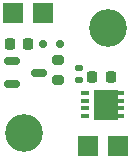
<source format=gbr>
%TF.GenerationSoftware,KiCad,Pcbnew,8.0.0*%
%TF.CreationDate,2024-04-08T20:54:29-07:00*%
%TF.ProjectId,magswitch,6d616773-7769-4746-9368-2e6b69636164,rev?*%
%TF.SameCoordinates,Original*%
%TF.FileFunction,Soldermask,Top*%
%TF.FilePolarity,Negative*%
%FSLAX46Y46*%
G04 Gerber Fmt 4.6, Leading zero omitted, Abs format (unit mm)*
G04 Created by KiCad (PCBNEW 8.0.0) date 2024-04-08 20:54:29*
%MOMM*%
%LPD*%
G01*
G04 APERTURE LIST*
G04 Aperture macros list*
%AMRoundRect*
0 Rectangle with rounded corners*
0 $1 Rounding radius*
0 $2 $3 $4 $5 $6 $7 $8 $9 X,Y pos of 4 corners*
0 Add a 4 corners polygon primitive as box body*
4,1,4,$2,$3,$4,$5,$6,$7,$8,$9,$2,$3,0*
0 Add four circle primitives for the rounded corners*
1,1,$1+$1,$2,$3*
1,1,$1+$1,$4,$5*
1,1,$1+$1,$6,$7*
1,1,$1+$1,$8,$9*
0 Add four rect primitives between the rounded corners*
20,1,$1+$1,$2,$3,$4,$5,0*
20,1,$1+$1,$4,$5,$6,$7,0*
20,1,$1+$1,$6,$7,$8,$9,0*
20,1,$1+$1,$8,$9,$2,$3,0*%
G04 Aperture macros list end*
%ADD10RoundRect,0.135000X-0.185000X0.135000X-0.185000X-0.135000X0.185000X-0.135000X0.185000X0.135000X0*%
%ADD11RoundRect,0.150000X-0.150000X-0.200000X0.150000X-0.200000X0.150000X0.200000X-0.150000X0.200000X0*%
%ADD12C,3.200000*%
%ADD13R,0.700000X0.450000*%
%ADD14R,2.000000X2.600000*%
%ADD15RoundRect,0.200000X-0.275000X0.200000X-0.275000X-0.200000X0.275000X-0.200000X0.275000X0.200000X0*%
%ADD16R,1.700000X1.700000*%
%ADD17RoundRect,0.218750X0.218750X0.256250X-0.218750X0.256250X-0.218750X-0.256250X0.218750X-0.256250X0*%
%ADD18RoundRect,0.225000X0.225000X0.250000X-0.225000X0.250000X-0.225000X-0.250000X0.225000X-0.250000X0*%
%ADD19RoundRect,0.150000X-0.512500X-0.150000X0.512500X-0.150000X0.512500X0.150000X-0.512500X0.150000X0*%
G04 APERTURE END LIST*
D10*
%TO.C,R3*%
X6615200Y-5473000D03*
X6615200Y-6493000D03*
%TD*%
D11*
%TO.C,D3*%
X5035000Y-3443000D03*
X3635000Y-3443000D03*
%TD*%
D12*
%TO.C,H1*%
X1967000Y-11000000D03*
%TD*%
D13*
%TO.C,Q1*%
X7123200Y-7579000D03*
X7123200Y-8239000D03*
X7123200Y-8889000D03*
X7123200Y-9539000D03*
X10123200Y-9539000D03*
X10123200Y-8889000D03*
X10123200Y-8239000D03*
X10123200Y-7579000D03*
D14*
X8923200Y-8559000D03*
%TD*%
D15*
%TO.C,R1*%
X4913400Y-4827800D03*
X4913400Y-6477800D03*
%TD*%
D16*
%TO.C,J1*%
X9968000Y-12079000D03*
X7428000Y-12079000D03*
%TD*%
D12*
%TO.C,H2*%
X9079000Y-2046000D03*
%TD*%
D17*
%TO.C,D1*%
X9358501Y-6235397D03*
X7783499Y-6235397D03*
%TD*%
D18*
%TO.C,C1*%
X2361000Y-3443000D03*
X811000Y-3443000D03*
%TD*%
D19*
%TO.C,U1*%
X962000Y-4906000D03*
X962000Y-6806000D03*
X3237000Y-5856000D03*
%TD*%
D16*
%TO.C,J3*%
X3623000Y-826800D03*
X1083000Y-826800D03*
%TD*%
M02*

</source>
